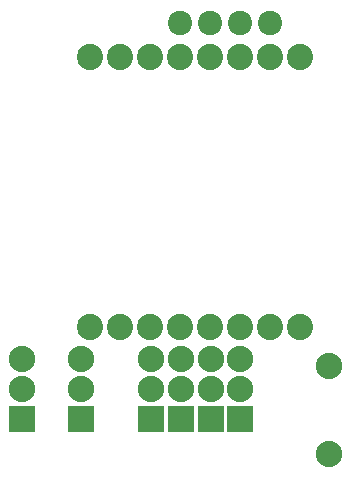
<source format=gts>
G04 MADE WITH FRITZING*
G04 WWW.FRITZING.ORG*
G04 DOUBLE SIDED*
G04 HOLES PLATED*
G04 CONTOUR ON CENTER OF CONTOUR VECTOR*
%ASAXBY*%
%FSLAX23Y23*%
%MOIN*%
%OFA0B0*%
%SFA1.0B1.0*%
%ADD10C,0.081000*%
%ADD11C,0.080972*%
%ADD12C,0.087778*%
%ADD13C,0.088000*%
%ADD14R,0.088000X0.088000*%
%LNMASK1*%
G90*
G70*
G54D10*
X884Y1499D03*
X784Y1499D03*
G54D11*
X684Y1499D03*
X584Y1499D03*
G54D12*
X286Y488D03*
X386Y488D03*
X486Y488D03*
X586Y488D03*
X686Y488D03*
X786Y488D03*
X886Y488D03*
X986Y488D03*
X986Y1388D03*
X886Y1388D03*
X786Y1388D03*
X686Y1388D03*
X586Y1388D03*
X486Y1388D03*
X386Y1388D03*
X286Y1388D03*
G54D13*
X687Y180D03*
X687Y280D03*
X687Y380D03*
X490Y180D03*
X490Y280D03*
X490Y380D03*
X785Y180D03*
X785Y280D03*
X785Y380D03*
X588Y180D03*
X588Y280D03*
X588Y380D03*
X254Y180D03*
X254Y280D03*
X254Y380D03*
X57Y180D03*
X57Y280D03*
X57Y380D03*
X1081Y357D03*
X1081Y357D03*
X1081Y62D03*
X1081Y62D03*
G54D14*
X687Y180D03*
X490Y180D03*
X785Y180D03*
X588Y180D03*
X254Y180D03*
X57Y180D03*
G04 End of Mask1*
M02*
</source>
